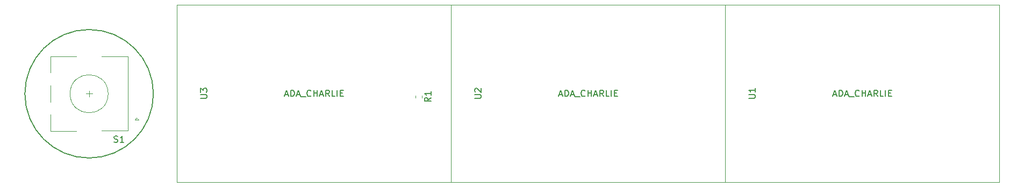
<source format=gbr>
G04 #@! TF.GenerationSoftware,KiCad,Pcbnew,(5.1.5)-3*
G04 #@! TF.CreationDate,2020-02-09T22:21:36-05:00*
G04 #@! TF.ProjectId,IEEE-Clock-Charlie,49454545-2d43-46c6-9f63-6b2d43686172,rev?*
G04 #@! TF.SameCoordinates,Original*
G04 #@! TF.FileFunction,Legend,Top*
G04 #@! TF.FilePolarity,Positive*
%FSLAX46Y46*%
G04 Gerber Fmt 4.6, Leading zero omitted, Abs format (unit mm)*
G04 Created by KiCad (PCBNEW (5.1.5)-3) date 2020-02-09 22:21:36*
%MOMM*%
%LPD*%
G04 APERTURE LIST*
%ADD10C,0.120000*%
%ADD11C,0.150000*%
G04 APERTURE END LIST*
D10*
X182880000Y-115570000D02*
X182880000Y-87630000D01*
X182880000Y-87630000D02*
X226060000Y-87630000D01*
X182880000Y-115570000D02*
X226060000Y-115570000D01*
X226060000Y-115570000D02*
X226060000Y-87630000D01*
X96520000Y-115570000D02*
X96520000Y-87630000D01*
X96520000Y-87630000D02*
X139700000Y-87630000D01*
X96520000Y-115570000D02*
X139700000Y-115570000D01*
X139700000Y-115570000D02*
X139700000Y-87630000D01*
X139700000Y-115570000D02*
X139700000Y-87630000D01*
X139700000Y-87630000D02*
X182880000Y-87630000D01*
X139700000Y-115570000D02*
X182880000Y-115570000D01*
X182880000Y-115570000D02*
X182880000Y-87630000D01*
D11*
X92790711Y-101640000D02*
G75*
G03X92790711Y-101640000I-10120711J0D01*
G01*
D10*
X83170000Y-101640000D02*
X82170000Y-101640000D01*
X82670000Y-102140000D02*
X82670000Y-101140000D01*
X76570000Y-98340000D02*
X76570000Y-95740000D01*
X76570000Y-102940000D02*
X76570000Y-100340000D01*
X76570000Y-107540000D02*
X76570000Y-104940000D01*
X89870000Y-105740000D02*
X90170000Y-105440000D01*
X90470000Y-105740000D02*
X89870000Y-105740000D01*
X90170000Y-105440000D02*
X90470000Y-105740000D01*
X88770000Y-107440000D02*
X88770000Y-95740000D01*
X84670000Y-107440000D02*
X88770000Y-107440000D01*
X84670000Y-95740000D02*
X88770000Y-95740000D01*
X76570000Y-95740000D02*
X80670000Y-95740000D01*
X80670000Y-107540000D02*
X76570000Y-107540000D01*
X85670000Y-101640000D02*
G75*
G03X85670000Y-101640000I-3000000J0D01*
G01*
X134110000Y-101919221D02*
X134110000Y-102244779D01*
X135130000Y-101919221D02*
X135130000Y-102244779D01*
D11*
X186582380Y-102361904D02*
X187391904Y-102361904D01*
X187487142Y-102314285D01*
X187534761Y-102266666D01*
X187582380Y-102171428D01*
X187582380Y-101980952D01*
X187534761Y-101885714D01*
X187487142Y-101838095D01*
X187391904Y-101790476D01*
X186582380Y-101790476D01*
X187582380Y-100790476D02*
X187582380Y-101361904D01*
X187582380Y-101076190D02*
X186582380Y-101076190D01*
X186725238Y-101171428D01*
X186820476Y-101266666D01*
X186868095Y-101361904D01*
X199874761Y-101766666D02*
X200350952Y-101766666D01*
X199779523Y-102052380D02*
X200112857Y-101052380D01*
X200446190Y-102052380D01*
X200779523Y-102052380D02*
X200779523Y-101052380D01*
X201017619Y-101052380D01*
X201160476Y-101100000D01*
X201255714Y-101195238D01*
X201303333Y-101290476D01*
X201350952Y-101480952D01*
X201350952Y-101623809D01*
X201303333Y-101814285D01*
X201255714Y-101909523D01*
X201160476Y-102004761D01*
X201017619Y-102052380D01*
X200779523Y-102052380D01*
X201731904Y-101766666D02*
X202208095Y-101766666D01*
X201636666Y-102052380D02*
X201970000Y-101052380D01*
X202303333Y-102052380D01*
X202398571Y-102147619D02*
X203160476Y-102147619D01*
X203970000Y-101957142D02*
X203922380Y-102004761D01*
X203779523Y-102052380D01*
X203684285Y-102052380D01*
X203541428Y-102004761D01*
X203446190Y-101909523D01*
X203398571Y-101814285D01*
X203350952Y-101623809D01*
X203350952Y-101480952D01*
X203398571Y-101290476D01*
X203446190Y-101195238D01*
X203541428Y-101100000D01*
X203684285Y-101052380D01*
X203779523Y-101052380D01*
X203922380Y-101100000D01*
X203970000Y-101147619D01*
X204398571Y-102052380D02*
X204398571Y-101052380D01*
X204398571Y-101528571D02*
X204970000Y-101528571D01*
X204970000Y-102052380D02*
X204970000Y-101052380D01*
X205398571Y-101766666D02*
X205874761Y-101766666D01*
X205303333Y-102052380D02*
X205636666Y-101052380D01*
X205970000Y-102052380D01*
X206874761Y-102052380D02*
X206541428Y-101576190D01*
X206303333Y-102052380D02*
X206303333Y-101052380D01*
X206684285Y-101052380D01*
X206779523Y-101100000D01*
X206827142Y-101147619D01*
X206874761Y-101242857D01*
X206874761Y-101385714D01*
X206827142Y-101480952D01*
X206779523Y-101528571D01*
X206684285Y-101576190D01*
X206303333Y-101576190D01*
X207779523Y-102052380D02*
X207303333Y-102052380D01*
X207303333Y-101052380D01*
X208112857Y-102052380D02*
X208112857Y-101052380D01*
X208589047Y-101528571D02*
X208922380Y-101528571D01*
X209065238Y-102052380D02*
X208589047Y-102052380D01*
X208589047Y-101052380D01*
X209065238Y-101052380D01*
X100222380Y-102361904D02*
X101031904Y-102361904D01*
X101127142Y-102314285D01*
X101174761Y-102266666D01*
X101222380Y-102171428D01*
X101222380Y-101980952D01*
X101174761Y-101885714D01*
X101127142Y-101838095D01*
X101031904Y-101790476D01*
X100222380Y-101790476D01*
X100222380Y-101409523D02*
X100222380Y-100790476D01*
X100603333Y-101123809D01*
X100603333Y-100980952D01*
X100650952Y-100885714D01*
X100698571Y-100838095D01*
X100793809Y-100790476D01*
X101031904Y-100790476D01*
X101127142Y-100838095D01*
X101174761Y-100885714D01*
X101222380Y-100980952D01*
X101222380Y-101266666D01*
X101174761Y-101361904D01*
X101127142Y-101409523D01*
X113514761Y-101766666D02*
X113990952Y-101766666D01*
X113419523Y-102052380D02*
X113752857Y-101052380D01*
X114086190Y-102052380D01*
X114419523Y-102052380D02*
X114419523Y-101052380D01*
X114657619Y-101052380D01*
X114800476Y-101100000D01*
X114895714Y-101195238D01*
X114943333Y-101290476D01*
X114990952Y-101480952D01*
X114990952Y-101623809D01*
X114943333Y-101814285D01*
X114895714Y-101909523D01*
X114800476Y-102004761D01*
X114657619Y-102052380D01*
X114419523Y-102052380D01*
X115371904Y-101766666D02*
X115848095Y-101766666D01*
X115276666Y-102052380D02*
X115610000Y-101052380D01*
X115943333Y-102052380D01*
X116038571Y-102147619D02*
X116800476Y-102147619D01*
X117610000Y-101957142D02*
X117562380Y-102004761D01*
X117419523Y-102052380D01*
X117324285Y-102052380D01*
X117181428Y-102004761D01*
X117086190Y-101909523D01*
X117038571Y-101814285D01*
X116990952Y-101623809D01*
X116990952Y-101480952D01*
X117038571Y-101290476D01*
X117086190Y-101195238D01*
X117181428Y-101100000D01*
X117324285Y-101052380D01*
X117419523Y-101052380D01*
X117562380Y-101100000D01*
X117610000Y-101147619D01*
X118038571Y-102052380D02*
X118038571Y-101052380D01*
X118038571Y-101528571D02*
X118610000Y-101528571D01*
X118610000Y-102052380D02*
X118610000Y-101052380D01*
X119038571Y-101766666D02*
X119514761Y-101766666D01*
X118943333Y-102052380D02*
X119276666Y-101052380D01*
X119610000Y-102052380D01*
X120514761Y-102052380D02*
X120181428Y-101576190D01*
X119943333Y-102052380D02*
X119943333Y-101052380D01*
X120324285Y-101052380D01*
X120419523Y-101100000D01*
X120467142Y-101147619D01*
X120514761Y-101242857D01*
X120514761Y-101385714D01*
X120467142Y-101480952D01*
X120419523Y-101528571D01*
X120324285Y-101576190D01*
X119943333Y-101576190D01*
X121419523Y-102052380D02*
X120943333Y-102052380D01*
X120943333Y-101052380D01*
X121752857Y-102052380D02*
X121752857Y-101052380D01*
X122229047Y-101528571D02*
X122562380Y-101528571D01*
X122705238Y-102052380D02*
X122229047Y-102052380D01*
X122229047Y-101052380D01*
X122705238Y-101052380D01*
X143402380Y-102361904D02*
X144211904Y-102361904D01*
X144307142Y-102314285D01*
X144354761Y-102266666D01*
X144402380Y-102171428D01*
X144402380Y-101980952D01*
X144354761Y-101885714D01*
X144307142Y-101838095D01*
X144211904Y-101790476D01*
X143402380Y-101790476D01*
X143497619Y-101361904D02*
X143450000Y-101314285D01*
X143402380Y-101219047D01*
X143402380Y-100980952D01*
X143450000Y-100885714D01*
X143497619Y-100838095D01*
X143592857Y-100790476D01*
X143688095Y-100790476D01*
X143830952Y-100838095D01*
X144402380Y-101409523D01*
X144402380Y-100790476D01*
X156694761Y-101766666D02*
X157170952Y-101766666D01*
X156599523Y-102052380D02*
X156932857Y-101052380D01*
X157266190Y-102052380D01*
X157599523Y-102052380D02*
X157599523Y-101052380D01*
X157837619Y-101052380D01*
X157980476Y-101100000D01*
X158075714Y-101195238D01*
X158123333Y-101290476D01*
X158170952Y-101480952D01*
X158170952Y-101623809D01*
X158123333Y-101814285D01*
X158075714Y-101909523D01*
X157980476Y-102004761D01*
X157837619Y-102052380D01*
X157599523Y-102052380D01*
X158551904Y-101766666D02*
X159028095Y-101766666D01*
X158456666Y-102052380D02*
X158790000Y-101052380D01*
X159123333Y-102052380D01*
X159218571Y-102147619D02*
X159980476Y-102147619D01*
X160790000Y-101957142D02*
X160742380Y-102004761D01*
X160599523Y-102052380D01*
X160504285Y-102052380D01*
X160361428Y-102004761D01*
X160266190Y-101909523D01*
X160218571Y-101814285D01*
X160170952Y-101623809D01*
X160170952Y-101480952D01*
X160218571Y-101290476D01*
X160266190Y-101195238D01*
X160361428Y-101100000D01*
X160504285Y-101052380D01*
X160599523Y-101052380D01*
X160742380Y-101100000D01*
X160790000Y-101147619D01*
X161218571Y-102052380D02*
X161218571Y-101052380D01*
X161218571Y-101528571D02*
X161790000Y-101528571D01*
X161790000Y-102052380D02*
X161790000Y-101052380D01*
X162218571Y-101766666D02*
X162694761Y-101766666D01*
X162123333Y-102052380D02*
X162456666Y-101052380D01*
X162790000Y-102052380D01*
X163694761Y-102052380D02*
X163361428Y-101576190D01*
X163123333Y-102052380D02*
X163123333Y-101052380D01*
X163504285Y-101052380D01*
X163599523Y-101100000D01*
X163647142Y-101147619D01*
X163694761Y-101242857D01*
X163694761Y-101385714D01*
X163647142Y-101480952D01*
X163599523Y-101528571D01*
X163504285Y-101576190D01*
X163123333Y-101576190D01*
X164599523Y-102052380D02*
X164123333Y-102052380D01*
X164123333Y-101052380D01*
X164932857Y-102052380D02*
X164932857Y-101052380D01*
X165409047Y-101528571D02*
X165742380Y-101528571D01*
X165885238Y-102052380D02*
X165409047Y-102052380D01*
X165409047Y-101052380D01*
X165885238Y-101052380D01*
X86608095Y-109244761D02*
X86750952Y-109292380D01*
X86989047Y-109292380D01*
X87084285Y-109244761D01*
X87131904Y-109197142D01*
X87179523Y-109101904D01*
X87179523Y-109006666D01*
X87131904Y-108911428D01*
X87084285Y-108863809D01*
X86989047Y-108816190D01*
X86798571Y-108768571D01*
X86703333Y-108720952D01*
X86655714Y-108673333D01*
X86608095Y-108578095D01*
X86608095Y-108482857D01*
X86655714Y-108387619D01*
X86703333Y-108340000D01*
X86798571Y-108292380D01*
X87036666Y-108292380D01*
X87179523Y-108340000D01*
X88131904Y-109292380D02*
X87560476Y-109292380D01*
X87846190Y-109292380D02*
X87846190Y-108292380D01*
X87750952Y-108435238D01*
X87655714Y-108530476D01*
X87560476Y-108578095D01*
X136502380Y-102248666D02*
X136026190Y-102582000D01*
X136502380Y-102820095D02*
X135502380Y-102820095D01*
X135502380Y-102439142D01*
X135550000Y-102343904D01*
X135597619Y-102296285D01*
X135692857Y-102248666D01*
X135835714Y-102248666D01*
X135930952Y-102296285D01*
X135978571Y-102343904D01*
X136026190Y-102439142D01*
X136026190Y-102820095D01*
X136502380Y-101296285D02*
X136502380Y-101867714D01*
X136502380Y-101582000D02*
X135502380Y-101582000D01*
X135645238Y-101677238D01*
X135740476Y-101772476D01*
X135788095Y-101867714D01*
M02*

</source>
